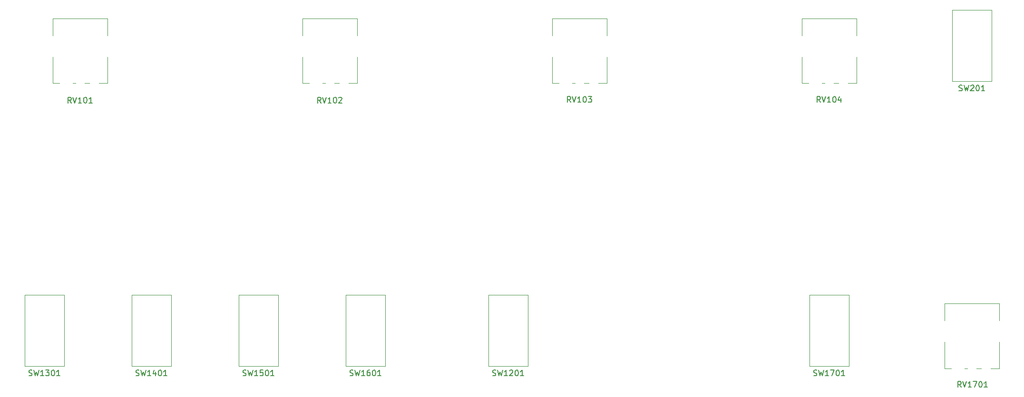
<source format=gto>
G04 #@! TF.GenerationSoftware,KiCad,Pcbnew,6.0.5+dfsg-1~bpo11+1*
G04 #@! TF.CreationDate,2022-08-14T17:12:48+00:00*
G04 #@! TF.ProjectId,ribbon_board,72696262-6f6e-45f6-926f-6172642e6b69,0*
G04 #@! TF.SameCoordinates,Original*
G04 #@! TF.FileFunction,Legend,Top*
G04 #@! TF.FilePolarity,Positive*
%FSLAX46Y46*%
G04 Gerber Fmt 4.6, Leading zero omitted, Abs format (unit mm)*
G04 Created by KiCad (PCBNEW 6.0.5+dfsg-1~bpo11+1) date 2022-08-14 17:12:48*
%MOMM*%
%LPD*%
G01*
G04 APERTURE LIST*
%ADD10C,0.150000*%
%ADD11C,0.120000*%
%ADD12C,2.500000*%
%ADD13O,2.720000X3.240000*%
%ADD14R,1.800000X1.800000*%
%ADD15C,1.800000*%
%ADD16O,1.740000X2.190000*%
%ADD17C,2.000000*%
%ADD18O,2.190000X1.740000*%
%ADD19C,1.600000*%
%ADD20R,1.600000X1.600000*%
%ADD21C,2.600000*%
%ADD22C,1.440000*%
%ADD23C,1.700000*%
G04 APERTURE END LIST*
D10*
X67088095Y-122324761D02*
X67230952Y-122372380D01*
X67469047Y-122372380D01*
X67564285Y-122324761D01*
X67611904Y-122277142D01*
X67659523Y-122181904D01*
X67659523Y-122086666D01*
X67611904Y-121991428D01*
X67564285Y-121943809D01*
X67469047Y-121896190D01*
X67278571Y-121848571D01*
X67183333Y-121800952D01*
X67135714Y-121753333D01*
X67088095Y-121658095D01*
X67088095Y-121562857D01*
X67135714Y-121467619D01*
X67183333Y-121420000D01*
X67278571Y-121372380D01*
X67516666Y-121372380D01*
X67659523Y-121420000D01*
X67992857Y-121372380D02*
X68230952Y-122372380D01*
X68421428Y-121658095D01*
X68611904Y-122372380D01*
X68850000Y-121372380D01*
X69754761Y-122372380D02*
X69183333Y-122372380D01*
X69469047Y-122372380D02*
X69469047Y-121372380D01*
X69373809Y-121515238D01*
X69278571Y-121610476D01*
X69183333Y-121658095D01*
X70088095Y-121372380D02*
X70707142Y-121372380D01*
X70373809Y-121753333D01*
X70516666Y-121753333D01*
X70611904Y-121800952D01*
X70659523Y-121848571D01*
X70707142Y-121943809D01*
X70707142Y-122181904D01*
X70659523Y-122277142D01*
X70611904Y-122324761D01*
X70516666Y-122372380D01*
X70230952Y-122372380D01*
X70135714Y-122324761D01*
X70088095Y-122277142D01*
X71326190Y-121372380D02*
X71421428Y-121372380D01*
X71516666Y-121420000D01*
X71564285Y-121467619D01*
X71611904Y-121562857D01*
X71659523Y-121753333D01*
X71659523Y-121991428D01*
X71611904Y-122181904D01*
X71564285Y-122277142D01*
X71516666Y-122324761D01*
X71421428Y-122372380D01*
X71326190Y-122372380D01*
X71230952Y-122324761D01*
X71183333Y-122277142D01*
X71135714Y-122181904D01*
X71088095Y-121991428D01*
X71088095Y-121753333D01*
X71135714Y-121562857D01*
X71183333Y-121467619D01*
X71230952Y-121420000D01*
X71326190Y-121372380D01*
X72611904Y-122372380D02*
X72040476Y-122372380D01*
X72326190Y-122372380D02*
X72326190Y-121372380D01*
X72230952Y-121515238D01*
X72135714Y-121610476D01*
X72040476Y-121658095D01*
X163552380Y-73604380D02*
X163219047Y-73128190D01*
X162980952Y-73604380D02*
X162980952Y-72604380D01*
X163361904Y-72604380D01*
X163457142Y-72652000D01*
X163504761Y-72699619D01*
X163552380Y-72794857D01*
X163552380Y-72937714D01*
X163504761Y-73032952D01*
X163457142Y-73080571D01*
X163361904Y-73128190D01*
X162980952Y-73128190D01*
X163838095Y-72604380D02*
X164171428Y-73604380D01*
X164504761Y-72604380D01*
X165361904Y-73604380D02*
X164790476Y-73604380D01*
X165076190Y-73604380D02*
X165076190Y-72604380D01*
X164980952Y-72747238D01*
X164885714Y-72842476D01*
X164790476Y-72890095D01*
X165980952Y-72604380D02*
X166076190Y-72604380D01*
X166171428Y-72652000D01*
X166219047Y-72699619D01*
X166266666Y-72794857D01*
X166314285Y-72985333D01*
X166314285Y-73223428D01*
X166266666Y-73413904D01*
X166219047Y-73509142D01*
X166171428Y-73556761D01*
X166076190Y-73604380D01*
X165980952Y-73604380D01*
X165885714Y-73556761D01*
X165838095Y-73509142D01*
X165790476Y-73413904D01*
X165742857Y-73223428D01*
X165742857Y-72985333D01*
X165790476Y-72794857D01*
X165838095Y-72699619D01*
X165885714Y-72652000D01*
X165980952Y-72604380D01*
X166647619Y-72604380D02*
X167266666Y-72604380D01*
X166933333Y-72985333D01*
X167076190Y-72985333D01*
X167171428Y-73032952D01*
X167219047Y-73080571D01*
X167266666Y-73175809D01*
X167266666Y-73413904D01*
X167219047Y-73509142D01*
X167171428Y-73556761D01*
X167076190Y-73604380D01*
X166790476Y-73604380D01*
X166695238Y-73556761D01*
X166647619Y-73509142D01*
X208002380Y-73604380D02*
X207669047Y-73128190D01*
X207430952Y-73604380D02*
X207430952Y-72604380D01*
X207811904Y-72604380D01*
X207907142Y-72652000D01*
X207954761Y-72699619D01*
X208002380Y-72794857D01*
X208002380Y-72937714D01*
X207954761Y-73032952D01*
X207907142Y-73080571D01*
X207811904Y-73128190D01*
X207430952Y-73128190D01*
X208288095Y-72604380D02*
X208621428Y-73604380D01*
X208954761Y-72604380D01*
X209811904Y-73604380D02*
X209240476Y-73604380D01*
X209526190Y-73604380D02*
X209526190Y-72604380D01*
X209430952Y-72747238D01*
X209335714Y-72842476D01*
X209240476Y-72890095D01*
X210430952Y-72604380D02*
X210526190Y-72604380D01*
X210621428Y-72652000D01*
X210669047Y-72699619D01*
X210716666Y-72794857D01*
X210764285Y-72985333D01*
X210764285Y-73223428D01*
X210716666Y-73413904D01*
X210669047Y-73509142D01*
X210621428Y-73556761D01*
X210526190Y-73604380D01*
X210430952Y-73604380D01*
X210335714Y-73556761D01*
X210288095Y-73509142D01*
X210240476Y-73413904D01*
X210192857Y-73223428D01*
X210192857Y-72985333D01*
X210240476Y-72794857D01*
X210288095Y-72699619D01*
X210335714Y-72652000D01*
X210430952Y-72604380D01*
X211621428Y-72937714D02*
X211621428Y-73604380D01*
X211383333Y-72556761D02*
X211145238Y-73271047D01*
X211764285Y-73271047D01*
X74652380Y-73731380D02*
X74319047Y-73255190D01*
X74080952Y-73731380D02*
X74080952Y-72731380D01*
X74461904Y-72731380D01*
X74557142Y-72779000D01*
X74604761Y-72826619D01*
X74652380Y-72921857D01*
X74652380Y-73064714D01*
X74604761Y-73159952D01*
X74557142Y-73207571D01*
X74461904Y-73255190D01*
X74080952Y-73255190D01*
X74938095Y-72731380D02*
X75271428Y-73731380D01*
X75604761Y-72731380D01*
X76461904Y-73731380D02*
X75890476Y-73731380D01*
X76176190Y-73731380D02*
X76176190Y-72731380D01*
X76080952Y-72874238D01*
X75985714Y-72969476D01*
X75890476Y-73017095D01*
X77080952Y-72731380D02*
X77176190Y-72731380D01*
X77271428Y-72779000D01*
X77319047Y-72826619D01*
X77366666Y-72921857D01*
X77414285Y-73112333D01*
X77414285Y-73350428D01*
X77366666Y-73540904D01*
X77319047Y-73636142D01*
X77271428Y-73683761D01*
X77176190Y-73731380D01*
X77080952Y-73731380D01*
X76985714Y-73683761D01*
X76938095Y-73636142D01*
X76890476Y-73540904D01*
X76842857Y-73350428D01*
X76842857Y-73112333D01*
X76890476Y-72921857D01*
X76938095Y-72826619D01*
X76985714Y-72779000D01*
X77080952Y-72731380D01*
X78366666Y-73731380D02*
X77795238Y-73731380D01*
X78080952Y-73731380D02*
X78080952Y-72731380D01*
X77985714Y-72874238D01*
X77890476Y-72969476D01*
X77795238Y-73017095D01*
X149638095Y-122324761D02*
X149780952Y-122372380D01*
X150019047Y-122372380D01*
X150114285Y-122324761D01*
X150161904Y-122277142D01*
X150209523Y-122181904D01*
X150209523Y-122086666D01*
X150161904Y-121991428D01*
X150114285Y-121943809D01*
X150019047Y-121896190D01*
X149828571Y-121848571D01*
X149733333Y-121800952D01*
X149685714Y-121753333D01*
X149638095Y-121658095D01*
X149638095Y-121562857D01*
X149685714Y-121467619D01*
X149733333Y-121420000D01*
X149828571Y-121372380D01*
X150066666Y-121372380D01*
X150209523Y-121420000D01*
X150542857Y-121372380D02*
X150780952Y-122372380D01*
X150971428Y-121658095D01*
X151161904Y-122372380D01*
X151400000Y-121372380D01*
X152304761Y-122372380D02*
X151733333Y-122372380D01*
X152019047Y-122372380D02*
X152019047Y-121372380D01*
X151923809Y-121515238D01*
X151828571Y-121610476D01*
X151733333Y-121658095D01*
X152685714Y-121467619D02*
X152733333Y-121420000D01*
X152828571Y-121372380D01*
X153066666Y-121372380D01*
X153161904Y-121420000D01*
X153209523Y-121467619D01*
X153257142Y-121562857D01*
X153257142Y-121658095D01*
X153209523Y-121800952D01*
X152638095Y-122372380D01*
X153257142Y-122372380D01*
X153876190Y-121372380D02*
X153971428Y-121372380D01*
X154066666Y-121420000D01*
X154114285Y-121467619D01*
X154161904Y-121562857D01*
X154209523Y-121753333D01*
X154209523Y-121991428D01*
X154161904Y-122181904D01*
X154114285Y-122277142D01*
X154066666Y-122324761D01*
X153971428Y-122372380D01*
X153876190Y-122372380D01*
X153780952Y-122324761D01*
X153733333Y-122277142D01*
X153685714Y-122181904D01*
X153638095Y-121991428D01*
X153638095Y-121753333D01*
X153685714Y-121562857D01*
X153733333Y-121467619D01*
X153780952Y-121420000D01*
X153876190Y-121372380D01*
X155161904Y-122372380D02*
X154590476Y-122372380D01*
X154876190Y-122372380D02*
X154876190Y-121372380D01*
X154780952Y-121515238D01*
X154685714Y-121610476D01*
X154590476Y-121658095D01*
X206788095Y-122324761D02*
X206930952Y-122372380D01*
X207169047Y-122372380D01*
X207264285Y-122324761D01*
X207311904Y-122277142D01*
X207359523Y-122181904D01*
X207359523Y-122086666D01*
X207311904Y-121991428D01*
X207264285Y-121943809D01*
X207169047Y-121896190D01*
X206978571Y-121848571D01*
X206883333Y-121800952D01*
X206835714Y-121753333D01*
X206788095Y-121658095D01*
X206788095Y-121562857D01*
X206835714Y-121467619D01*
X206883333Y-121420000D01*
X206978571Y-121372380D01*
X207216666Y-121372380D01*
X207359523Y-121420000D01*
X207692857Y-121372380D02*
X207930952Y-122372380D01*
X208121428Y-121658095D01*
X208311904Y-122372380D01*
X208550000Y-121372380D01*
X209454761Y-122372380D02*
X208883333Y-122372380D01*
X209169047Y-122372380D02*
X209169047Y-121372380D01*
X209073809Y-121515238D01*
X208978571Y-121610476D01*
X208883333Y-121658095D01*
X209788095Y-121372380D02*
X210454761Y-121372380D01*
X210026190Y-122372380D01*
X211026190Y-121372380D02*
X211121428Y-121372380D01*
X211216666Y-121420000D01*
X211264285Y-121467619D01*
X211311904Y-121562857D01*
X211359523Y-121753333D01*
X211359523Y-121991428D01*
X211311904Y-122181904D01*
X211264285Y-122277142D01*
X211216666Y-122324761D01*
X211121428Y-122372380D01*
X211026190Y-122372380D01*
X210930952Y-122324761D01*
X210883333Y-122277142D01*
X210835714Y-122181904D01*
X210788095Y-121991428D01*
X210788095Y-121753333D01*
X210835714Y-121562857D01*
X210883333Y-121467619D01*
X210930952Y-121420000D01*
X211026190Y-121372380D01*
X212311904Y-122372380D02*
X211740476Y-122372380D01*
X212026190Y-122372380D02*
X212026190Y-121372380D01*
X211930952Y-121515238D01*
X211835714Y-121610476D01*
X211740476Y-121658095D01*
X105188095Y-122324761D02*
X105330952Y-122372380D01*
X105569047Y-122372380D01*
X105664285Y-122324761D01*
X105711904Y-122277142D01*
X105759523Y-122181904D01*
X105759523Y-122086666D01*
X105711904Y-121991428D01*
X105664285Y-121943809D01*
X105569047Y-121896190D01*
X105378571Y-121848571D01*
X105283333Y-121800952D01*
X105235714Y-121753333D01*
X105188095Y-121658095D01*
X105188095Y-121562857D01*
X105235714Y-121467619D01*
X105283333Y-121420000D01*
X105378571Y-121372380D01*
X105616666Y-121372380D01*
X105759523Y-121420000D01*
X106092857Y-121372380D02*
X106330952Y-122372380D01*
X106521428Y-121658095D01*
X106711904Y-122372380D01*
X106950000Y-121372380D01*
X107854761Y-122372380D02*
X107283333Y-122372380D01*
X107569047Y-122372380D02*
X107569047Y-121372380D01*
X107473809Y-121515238D01*
X107378571Y-121610476D01*
X107283333Y-121658095D01*
X108759523Y-121372380D02*
X108283333Y-121372380D01*
X108235714Y-121848571D01*
X108283333Y-121800952D01*
X108378571Y-121753333D01*
X108616666Y-121753333D01*
X108711904Y-121800952D01*
X108759523Y-121848571D01*
X108807142Y-121943809D01*
X108807142Y-122181904D01*
X108759523Y-122277142D01*
X108711904Y-122324761D01*
X108616666Y-122372380D01*
X108378571Y-122372380D01*
X108283333Y-122324761D01*
X108235714Y-122277142D01*
X109426190Y-121372380D02*
X109521428Y-121372380D01*
X109616666Y-121420000D01*
X109664285Y-121467619D01*
X109711904Y-121562857D01*
X109759523Y-121753333D01*
X109759523Y-121991428D01*
X109711904Y-122181904D01*
X109664285Y-122277142D01*
X109616666Y-122324761D01*
X109521428Y-122372380D01*
X109426190Y-122372380D01*
X109330952Y-122324761D01*
X109283333Y-122277142D01*
X109235714Y-122181904D01*
X109188095Y-121991428D01*
X109188095Y-121753333D01*
X109235714Y-121562857D01*
X109283333Y-121467619D01*
X109330952Y-121420000D01*
X109426190Y-121372380D01*
X110711904Y-122372380D02*
X110140476Y-122372380D01*
X110426190Y-122372380D02*
X110426190Y-121372380D01*
X110330952Y-121515238D01*
X110235714Y-121610476D01*
X110140476Y-121658095D01*
X119102380Y-73731380D02*
X118769047Y-73255190D01*
X118530952Y-73731380D02*
X118530952Y-72731380D01*
X118911904Y-72731380D01*
X119007142Y-72779000D01*
X119054761Y-72826619D01*
X119102380Y-72921857D01*
X119102380Y-73064714D01*
X119054761Y-73159952D01*
X119007142Y-73207571D01*
X118911904Y-73255190D01*
X118530952Y-73255190D01*
X119388095Y-72731380D02*
X119721428Y-73731380D01*
X120054761Y-72731380D01*
X120911904Y-73731380D02*
X120340476Y-73731380D01*
X120626190Y-73731380D02*
X120626190Y-72731380D01*
X120530952Y-72874238D01*
X120435714Y-72969476D01*
X120340476Y-73017095D01*
X121530952Y-72731380D02*
X121626190Y-72731380D01*
X121721428Y-72779000D01*
X121769047Y-72826619D01*
X121816666Y-72921857D01*
X121864285Y-73112333D01*
X121864285Y-73350428D01*
X121816666Y-73540904D01*
X121769047Y-73636142D01*
X121721428Y-73683761D01*
X121626190Y-73731380D01*
X121530952Y-73731380D01*
X121435714Y-73683761D01*
X121388095Y-73636142D01*
X121340476Y-73540904D01*
X121292857Y-73350428D01*
X121292857Y-73112333D01*
X121340476Y-72921857D01*
X121388095Y-72826619D01*
X121435714Y-72779000D01*
X121530952Y-72731380D01*
X122245238Y-72826619D02*
X122292857Y-72779000D01*
X122388095Y-72731380D01*
X122626190Y-72731380D01*
X122721428Y-72779000D01*
X122769047Y-72826619D01*
X122816666Y-72921857D01*
X122816666Y-73017095D01*
X122769047Y-73159952D01*
X122197619Y-73731380D01*
X122816666Y-73731380D01*
X86138095Y-122324761D02*
X86280952Y-122372380D01*
X86519047Y-122372380D01*
X86614285Y-122324761D01*
X86661904Y-122277142D01*
X86709523Y-122181904D01*
X86709523Y-122086666D01*
X86661904Y-121991428D01*
X86614285Y-121943809D01*
X86519047Y-121896190D01*
X86328571Y-121848571D01*
X86233333Y-121800952D01*
X86185714Y-121753333D01*
X86138095Y-121658095D01*
X86138095Y-121562857D01*
X86185714Y-121467619D01*
X86233333Y-121420000D01*
X86328571Y-121372380D01*
X86566666Y-121372380D01*
X86709523Y-121420000D01*
X87042857Y-121372380D02*
X87280952Y-122372380D01*
X87471428Y-121658095D01*
X87661904Y-122372380D01*
X87900000Y-121372380D01*
X88804761Y-122372380D02*
X88233333Y-122372380D01*
X88519047Y-122372380D02*
X88519047Y-121372380D01*
X88423809Y-121515238D01*
X88328571Y-121610476D01*
X88233333Y-121658095D01*
X89661904Y-121705714D02*
X89661904Y-122372380D01*
X89423809Y-121324761D02*
X89185714Y-122039047D01*
X89804761Y-122039047D01*
X90376190Y-121372380D02*
X90471428Y-121372380D01*
X90566666Y-121420000D01*
X90614285Y-121467619D01*
X90661904Y-121562857D01*
X90709523Y-121753333D01*
X90709523Y-121991428D01*
X90661904Y-122181904D01*
X90614285Y-122277142D01*
X90566666Y-122324761D01*
X90471428Y-122372380D01*
X90376190Y-122372380D01*
X90280952Y-122324761D01*
X90233333Y-122277142D01*
X90185714Y-122181904D01*
X90138095Y-121991428D01*
X90138095Y-121753333D01*
X90185714Y-121562857D01*
X90233333Y-121467619D01*
X90280952Y-121420000D01*
X90376190Y-121372380D01*
X91661904Y-122372380D02*
X91090476Y-122372380D01*
X91376190Y-122372380D02*
X91376190Y-121372380D01*
X91280952Y-121515238D01*
X91185714Y-121610476D01*
X91090476Y-121658095D01*
X124238095Y-122324761D02*
X124380952Y-122372380D01*
X124619047Y-122372380D01*
X124714285Y-122324761D01*
X124761904Y-122277142D01*
X124809523Y-122181904D01*
X124809523Y-122086666D01*
X124761904Y-121991428D01*
X124714285Y-121943809D01*
X124619047Y-121896190D01*
X124428571Y-121848571D01*
X124333333Y-121800952D01*
X124285714Y-121753333D01*
X124238095Y-121658095D01*
X124238095Y-121562857D01*
X124285714Y-121467619D01*
X124333333Y-121420000D01*
X124428571Y-121372380D01*
X124666666Y-121372380D01*
X124809523Y-121420000D01*
X125142857Y-121372380D02*
X125380952Y-122372380D01*
X125571428Y-121658095D01*
X125761904Y-122372380D01*
X126000000Y-121372380D01*
X126904761Y-122372380D02*
X126333333Y-122372380D01*
X126619047Y-122372380D02*
X126619047Y-121372380D01*
X126523809Y-121515238D01*
X126428571Y-121610476D01*
X126333333Y-121658095D01*
X127761904Y-121372380D02*
X127571428Y-121372380D01*
X127476190Y-121420000D01*
X127428571Y-121467619D01*
X127333333Y-121610476D01*
X127285714Y-121800952D01*
X127285714Y-122181904D01*
X127333333Y-122277142D01*
X127380952Y-122324761D01*
X127476190Y-122372380D01*
X127666666Y-122372380D01*
X127761904Y-122324761D01*
X127809523Y-122277142D01*
X127857142Y-122181904D01*
X127857142Y-121943809D01*
X127809523Y-121848571D01*
X127761904Y-121800952D01*
X127666666Y-121753333D01*
X127476190Y-121753333D01*
X127380952Y-121800952D01*
X127333333Y-121848571D01*
X127285714Y-121943809D01*
X128476190Y-121372380D02*
X128571428Y-121372380D01*
X128666666Y-121420000D01*
X128714285Y-121467619D01*
X128761904Y-121562857D01*
X128809523Y-121753333D01*
X128809523Y-121991428D01*
X128761904Y-122181904D01*
X128714285Y-122277142D01*
X128666666Y-122324761D01*
X128571428Y-122372380D01*
X128476190Y-122372380D01*
X128380952Y-122324761D01*
X128333333Y-122277142D01*
X128285714Y-122181904D01*
X128238095Y-121991428D01*
X128238095Y-121753333D01*
X128285714Y-121562857D01*
X128333333Y-121467619D01*
X128380952Y-121420000D01*
X128476190Y-121372380D01*
X129761904Y-122372380D02*
X129190476Y-122372380D01*
X129476190Y-122372380D02*
X129476190Y-121372380D01*
X129380952Y-121515238D01*
X129285714Y-121610476D01*
X129190476Y-121658095D01*
X232664285Y-71524761D02*
X232807142Y-71572380D01*
X233045238Y-71572380D01*
X233140476Y-71524761D01*
X233188095Y-71477142D01*
X233235714Y-71381904D01*
X233235714Y-71286666D01*
X233188095Y-71191428D01*
X233140476Y-71143809D01*
X233045238Y-71096190D01*
X232854761Y-71048571D01*
X232759523Y-71000952D01*
X232711904Y-70953333D01*
X232664285Y-70858095D01*
X232664285Y-70762857D01*
X232711904Y-70667619D01*
X232759523Y-70620000D01*
X232854761Y-70572380D01*
X233092857Y-70572380D01*
X233235714Y-70620000D01*
X233569047Y-70572380D02*
X233807142Y-71572380D01*
X233997619Y-70858095D01*
X234188095Y-71572380D01*
X234426190Y-70572380D01*
X234759523Y-70667619D02*
X234807142Y-70620000D01*
X234902380Y-70572380D01*
X235140476Y-70572380D01*
X235235714Y-70620000D01*
X235283333Y-70667619D01*
X235330952Y-70762857D01*
X235330952Y-70858095D01*
X235283333Y-71000952D01*
X234711904Y-71572380D01*
X235330952Y-71572380D01*
X235950000Y-70572380D02*
X236045238Y-70572380D01*
X236140476Y-70620000D01*
X236188095Y-70667619D01*
X236235714Y-70762857D01*
X236283333Y-70953333D01*
X236283333Y-71191428D01*
X236235714Y-71381904D01*
X236188095Y-71477142D01*
X236140476Y-71524761D01*
X236045238Y-71572380D01*
X235950000Y-71572380D01*
X235854761Y-71524761D01*
X235807142Y-71477142D01*
X235759523Y-71381904D01*
X235711904Y-71191428D01*
X235711904Y-70953333D01*
X235759523Y-70762857D01*
X235807142Y-70667619D01*
X235854761Y-70620000D01*
X235950000Y-70572380D01*
X237235714Y-71572380D02*
X236664285Y-71572380D01*
X236950000Y-71572380D02*
X236950000Y-70572380D01*
X236854761Y-70715238D01*
X236759523Y-70810476D01*
X236664285Y-70858095D01*
X233053190Y-124404380D02*
X232719857Y-123928190D01*
X232481761Y-124404380D02*
X232481761Y-123404380D01*
X232862714Y-123404380D01*
X232957952Y-123452000D01*
X233005571Y-123499619D01*
X233053190Y-123594857D01*
X233053190Y-123737714D01*
X233005571Y-123832952D01*
X232957952Y-123880571D01*
X232862714Y-123928190D01*
X232481761Y-123928190D01*
X233338904Y-123404380D02*
X233672238Y-124404380D01*
X234005571Y-123404380D01*
X234862714Y-124404380D02*
X234291285Y-124404380D01*
X234577000Y-124404380D02*
X234577000Y-123404380D01*
X234481761Y-123547238D01*
X234386523Y-123642476D01*
X234291285Y-123690095D01*
X235196047Y-123404380D02*
X235862714Y-123404380D01*
X235434142Y-124404380D01*
X236434142Y-123404380D02*
X236529380Y-123404380D01*
X236624619Y-123452000D01*
X236672238Y-123499619D01*
X236719857Y-123594857D01*
X236767476Y-123785333D01*
X236767476Y-124023428D01*
X236719857Y-124213904D01*
X236672238Y-124309142D01*
X236624619Y-124356761D01*
X236529380Y-124404380D01*
X236434142Y-124404380D01*
X236338904Y-124356761D01*
X236291285Y-124309142D01*
X236243666Y-124213904D01*
X236196047Y-124023428D01*
X236196047Y-123785333D01*
X236243666Y-123594857D01*
X236291285Y-123499619D01*
X236338904Y-123452000D01*
X236434142Y-123404380D01*
X237719857Y-124404380D02*
X237148428Y-124404380D01*
X237434142Y-124404380D02*
X237434142Y-123404380D01*
X237338904Y-123547238D01*
X237243666Y-123642476D01*
X237148428Y-123690095D01*
D11*
X73350000Y-120650000D02*
X66350000Y-120650000D01*
X66350000Y-107950000D02*
X73350000Y-107950000D01*
X73350000Y-107950000D02*
X73350000Y-120650000D01*
X66350000Y-120650000D02*
X66350000Y-107950000D01*
X169970000Y-58650000D02*
X160230000Y-58650000D01*
X169970000Y-70240000D02*
X169970000Y-65520000D01*
X166760000Y-70240000D02*
X165930000Y-70240000D01*
X164310000Y-70240000D02*
X163780000Y-70240000D01*
X160230000Y-61710000D02*
X160230000Y-58650000D01*
X160220000Y-70240000D02*
X160220000Y-65520000D01*
X169970000Y-61710000D02*
X169970000Y-58650000D01*
X161410000Y-70240000D02*
X160230000Y-70240000D01*
X169970000Y-70240000D02*
X168480000Y-70240000D01*
X211210000Y-70240000D02*
X210380000Y-70240000D01*
X214420000Y-61710000D02*
X214420000Y-58650000D01*
X208760000Y-70240000D02*
X208230000Y-70240000D01*
X204680000Y-61710000D02*
X204680000Y-58650000D01*
X205860000Y-70240000D02*
X204680000Y-70240000D01*
X204670000Y-70240000D02*
X204670000Y-65520000D01*
X214420000Y-70240000D02*
X214420000Y-65520000D01*
X214420000Y-70240000D02*
X212930000Y-70240000D01*
X214420000Y-58650000D02*
X204680000Y-58650000D01*
X81070000Y-70240000D02*
X81070000Y-65520000D01*
X81070000Y-61710000D02*
X81070000Y-58650000D01*
X71320000Y-70240000D02*
X71320000Y-65520000D01*
X81070000Y-58650000D02*
X71330000Y-58650000D01*
X71330000Y-61710000D02*
X71330000Y-58650000D01*
X75410000Y-70240000D02*
X74880000Y-70240000D01*
X81070000Y-70240000D02*
X79580000Y-70240000D01*
X72510000Y-70240000D02*
X71330000Y-70240000D01*
X77860000Y-70240000D02*
X77030000Y-70240000D01*
X155900000Y-107950000D02*
X155900000Y-120650000D01*
X148900000Y-120650000D02*
X148900000Y-107950000D01*
X148900000Y-107950000D02*
X155900000Y-107950000D01*
X155900000Y-120650000D02*
X148900000Y-120650000D01*
X206050000Y-120650000D02*
X206050000Y-107950000D01*
X206050000Y-107950000D02*
X213050000Y-107950000D01*
X213050000Y-107950000D02*
X213050000Y-120650000D01*
X213050000Y-120650000D02*
X206050000Y-120650000D01*
X111450000Y-107950000D02*
X111450000Y-120650000D01*
X111450000Y-120650000D02*
X104450000Y-120650000D01*
X104450000Y-107950000D02*
X111450000Y-107950000D01*
X104450000Y-120650000D02*
X104450000Y-107950000D01*
X125520000Y-58650000D02*
X115780000Y-58650000D01*
X122310000Y-70240000D02*
X121480000Y-70240000D01*
X125520000Y-61710000D02*
X125520000Y-58650000D01*
X125520000Y-70240000D02*
X125520000Y-65520000D01*
X119860000Y-70240000D02*
X119330000Y-70240000D01*
X116960000Y-70240000D02*
X115780000Y-70240000D01*
X125520000Y-70240000D02*
X124030000Y-70240000D01*
X115770000Y-70240000D02*
X115770000Y-65520000D01*
X115780000Y-61710000D02*
X115780000Y-58650000D01*
X85400000Y-107950000D02*
X92400000Y-107950000D01*
X92400000Y-107950000D02*
X92400000Y-120650000D01*
X85400000Y-120650000D02*
X85400000Y-107950000D01*
X92400000Y-120650000D02*
X85400000Y-120650000D01*
X130500000Y-107950000D02*
X130500000Y-120650000D01*
X123500000Y-120650000D02*
X123500000Y-107950000D01*
X123500000Y-107950000D02*
X130500000Y-107950000D01*
X130500000Y-120650000D02*
X123500000Y-120650000D01*
X238450000Y-69850000D02*
X231450000Y-69850000D01*
X238450000Y-57150000D02*
X238450000Y-69850000D01*
X231450000Y-69850000D02*
X231450000Y-57150000D01*
X231450000Y-57150000D02*
X238450000Y-57150000D01*
X239820000Y-121050000D02*
X238330000Y-121050000D01*
X239820000Y-109460000D02*
X230080000Y-109460000D01*
X239820000Y-121050000D02*
X239820000Y-116330000D01*
X230070000Y-121050000D02*
X230070000Y-116330000D01*
X236610000Y-121050000D02*
X235780000Y-121050000D01*
X231260000Y-121050000D02*
X230080000Y-121050000D01*
X239820000Y-112520000D02*
X239820000Y-109460000D01*
X230080000Y-112520000D02*
X230080000Y-109460000D01*
X234160000Y-121050000D02*
X233630000Y-121050000D01*
%LPC*%
D12*
X69850000Y-119000000D03*
X69850000Y-114300000D03*
X69850000Y-109600000D03*
D13*
X160300000Y-63620000D03*
X169900000Y-63620000D03*
D14*
X162600000Y-71120000D03*
D15*
X165100000Y-71120000D03*
X167600000Y-71120000D03*
D13*
X204750000Y-63620000D03*
X214350000Y-63620000D03*
D14*
X207050000Y-71120000D03*
D15*
X209550000Y-71120000D03*
X212050000Y-71120000D03*
D13*
X81000000Y-63620000D03*
X71400000Y-63620000D03*
D14*
X73700000Y-71120000D03*
D15*
X76200000Y-71120000D03*
X78700000Y-71120000D03*
D12*
X152400000Y-119000000D03*
X152400000Y-114300000D03*
X152400000Y-109600000D03*
X209550000Y-119000000D03*
X209550000Y-114300000D03*
X209550000Y-109600000D03*
X107950000Y-119000000D03*
X107950000Y-114300000D03*
X107950000Y-109600000D03*
D13*
X125450000Y-63620000D03*
X115850000Y-63620000D03*
D14*
X118150000Y-71120000D03*
D15*
X120650000Y-71120000D03*
X123150000Y-71120000D03*
D12*
X88900000Y-119000000D03*
X88900000Y-114300000D03*
X88900000Y-109600000D03*
X127000000Y-119000000D03*
X127000000Y-114300000D03*
X127000000Y-109600000D03*
X234950000Y-68200000D03*
X234950000Y-63500000D03*
X234950000Y-58800000D03*
D13*
X230150000Y-114430000D03*
X239750000Y-114430000D03*
D14*
X232450000Y-121930000D03*
D15*
X234950000Y-121930000D03*
X237450000Y-121930000D03*
G36*
G01*
X142005000Y-128841000D02*
X142005000Y-127151000D01*
G75*
G02*
X142255000Y-126901000I250000J0D01*
G01*
X143495000Y-126901000D01*
G75*
G02*
X143745000Y-127151000I0J-250000D01*
G01*
X143745000Y-128841000D01*
G75*
G02*
X143495000Y-129091000I-250000J0D01*
G01*
X142255000Y-129091000D01*
G75*
G02*
X142005000Y-128841000I0J250000D01*
G01*
G37*
D16*
X145415000Y-127996000D03*
X147955000Y-127996000D03*
D17*
X61214000Y-122682000D03*
X240030000Y-58420000D03*
G36*
G01*
X57575000Y-99206000D02*
X59265000Y-99206000D01*
G75*
G02*
X59515000Y-99456000I0J-250000D01*
G01*
X59515000Y-100696000D01*
G75*
G02*
X59265000Y-100946000I-250000J0D01*
G01*
X57575000Y-100946000D01*
G75*
G02*
X57325000Y-100696000I0J250000D01*
G01*
X57325000Y-99456000D01*
G75*
G02*
X57575000Y-99206000I250000J0D01*
G01*
G37*
D18*
X58420000Y-102616000D03*
X58420000Y-105156000D03*
X58420000Y-107696000D03*
D19*
X160234000Y-97917000D03*
X155234000Y-97917000D03*
D20*
X198120000Y-115062000D03*
D19*
X195620000Y-115062000D03*
D17*
X175260000Y-77216000D03*
X237490000Y-101854000D03*
X236728000Y-126492000D03*
G36*
G01*
X228200000Y-60115000D02*
X228200000Y-61805000D01*
G75*
G02*
X227950000Y-62055000I-250000J0D01*
G01*
X226710000Y-62055000D01*
G75*
G02*
X226460000Y-61805000I0J250000D01*
G01*
X226460000Y-60115000D01*
G75*
G02*
X226710000Y-59865000I250000J0D01*
G01*
X227950000Y-59865000D01*
G75*
G02*
X228200000Y-60115000I0J-250000D01*
G01*
G37*
D16*
X224790000Y-60960000D03*
X222250000Y-60960000D03*
X219710000Y-60960000D03*
D19*
X181229000Y-97917000D03*
X176229000Y-97917000D03*
D20*
X205144380Y-115062000D03*
D19*
X202644380Y-115062000D03*
D17*
X131826000Y-58928000D03*
D21*
X208026000Y-93980000D03*
X200406000Y-93980000D03*
G36*
G01*
X118510000Y-128861000D02*
X118510000Y-127171000D01*
G75*
G02*
X118760000Y-126921000I250000J0D01*
G01*
X120000000Y-126921000D01*
G75*
G02*
X120250000Y-127171000I0J-250000D01*
G01*
X120250000Y-128861000D01*
G75*
G02*
X120000000Y-129111000I-250000J0D01*
G01*
X118760000Y-129111000D01*
G75*
G02*
X118510000Y-128861000I0J250000D01*
G01*
G37*
D16*
X121920000Y-128016000D03*
X124460000Y-128016000D03*
G36*
G01*
X57575000Y-67202000D02*
X59265000Y-67202000D01*
G75*
G02*
X59515000Y-67452000I0J-250000D01*
G01*
X59515000Y-68692000D01*
G75*
G02*
X59265000Y-68942000I-250000J0D01*
G01*
X57575000Y-68942000D01*
G75*
G02*
X57325000Y-68692000I0J250000D01*
G01*
X57325000Y-67452000D01*
G75*
G02*
X57575000Y-67202000I250000J0D01*
G01*
G37*
D18*
X58420000Y-70612000D03*
D22*
X237998000Y-76200000D03*
X237998000Y-78740000D03*
X237998000Y-81280000D03*
D17*
X240030000Y-67945000D03*
X89916000Y-66040000D03*
G36*
G01*
X57595000Y-84220000D02*
X59285000Y-84220000D01*
G75*
G02*
X59535000Y-84470000I0J-250000D01*
G01*
X59535000Y-85710000D01*
G75*
G02*
X59285000Y-85960000I-250000J0D01*
G01*
X57595000Y-85960000D01*
G75*
G02*
X57345000Y-85710000I0J250000D01*
G01*
X57345000Y-84470000D01*
G75*
G02*
X57595000Y-84220000I250000J0D01*
G01*
G37*
D18*
X58440000Y-87630000D03*
X58440000Y-90170000D03*
D17*
X89662000Y-87122000D03*
X89662000Y-98298000D03*
X139192000Y-71374000D03*
G36*
G01*
X191170000Y-124880000D02*
X192370000Y-124880000D01*
G75*
G02*
X192620000Y-125130000I0J-250000D01*
G01*
X192620000Y-126330000D01*
G75*
G02*
X192370000Y-126580000I-250000J0D01*
G01*
X191170000Y-126580000D01*
G75*
G02*
X190920000Y-126330000I0J250000D01*
G01*
X190920000Y-125130000D01*
G75*
G02*
X191170000Y-124880000I250000J0D01*
G01*
G37*
D23*
X191770000Y-128270000D03*
X194310000Y-125730000D03*
X194310000Y-128270000D03*
X196850000Y-125730000D03*
X196850000Y-128270000D03*
X199390000Y-125730000D03*
X199390000Y-128270000D03*
X201930000Y-125730000D03*
X201930000Y-128270000D03*
D17*
X200406000Y-106934000D03*
X206756000Y-101346000D03*
D22*
X174752000Y-60950000D03*
X174752000Y-63490000D03*
X174752000Y-66030000D03*
D17*
X61214000Y-112776000D03*
G36*
G01*
X155810000Y-60135000D02*
X155810000Y-61825000D01*
G75*
G02*
X155560000Y-62075000I-250000J0D01*
G01*
X154320000Y-62075000D01*
G75*
G02*
X154070000Y-61825000I0J250000D01*
G01*
X154070000Y-60135000D01*
G75*
G02*
X154320000Y-59885000I250000J0D01*
G01*
X155560000Y-59885000D01*
G75*
G02*
X155810000Y-60135000I0J-250000D01*
G01*
G37*
D16*
X152400000Y-60980000D03*
X149860000Y-60980000D03*
X147320000Y-60980000D03*
X144780000Y-60980000D03*
D17*
X209550000Y-56642000D03*
M02*

</source>
